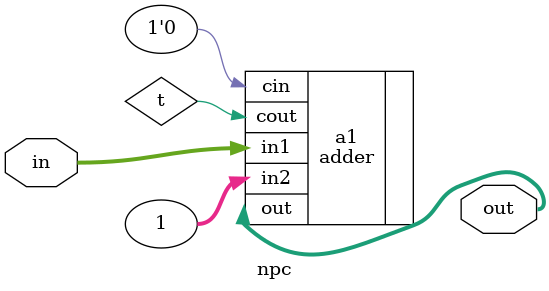
<source format=v>
`timescale 1ns / 1ps


module npc(
    input [31:0] in,
    output [31:0] out
);
    wire t;
    adder a1(.in1(in), .in2(32'b1), .out(out), .cin(1'b0), .cout(t));
endmodule

</source>
